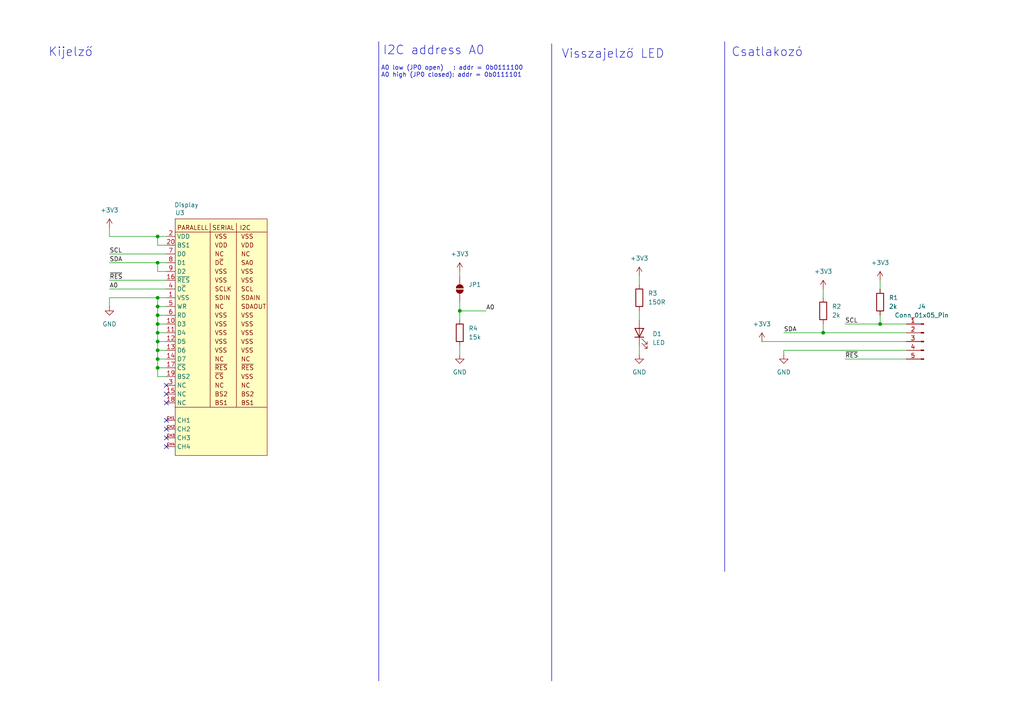
<source format=kicad_sch>
(kicad_sch (version 20250114) (generator "eeschema") (generator_version "9.0")
  (paper "A4")
  (lib_symbols
    (symbol "Connector:Conn_01x05_Pin" (pin_names (offset 1.016) (hide yes))
      (property "Reference" "J" (at 0 7.62 0))
      (property "Value" "Conn_01x05_Pin" (at 0 -7.62 0))
      (symbol "Conn_01x05_Pin_1_1"
        (rectangle (start 0.8636 5.207) (end 0 4.953) (stroke (width 0.1524)) (fill (type outline)))
        (rectangle (start 0.8636 2.667) (end 0 2.413) (stroke (width 0.1524)) (fill (type outline)))
        (rectangle (start 0.8636 0.127) (end 0 -0.127) (stroke (width 0.1524)) (fill (type outline)))
        (rectangle (start 0.8636 -2.413) (end 0 -2.667) (stroke (width 0.1524)) (fill (type outline)))
        (rectangle (start 0.8636 -4.953) (end 0 -5.207) (stroke (width 0.1524)) (fill (type outline)))
        (polyline (pts (xy 1.27 5.08) (xy 0.8636 5.08)) (stroke (width 0.1524)))
        (polyline (pts (xy 1.27 2.54) (xy 0.8636 2.54)) (stroke (width 0.1524)))
        (polyline (pts (xy 1.27 0) (xy 0.8636 0)) (stroke (width 0.1524)))
        (polyline (pts (xy 1.27 -2.54) (xy 0.8636 -2.54)) (stroke (width 0.1524)))
        (polyline (pts (xy 1.27 -5.08) (xy 0.8636 -5.08)) (stroke (width 0.1524)))
        (pin passive line (at 5.08 5.08 180) (length 3.81) (name "Pin_1") (number "1"))
        (pin passive line (at 5.08 2.54 180) (length 3.81) (name "Pin_2") (number "2"))
        (pin passive line (at 5.08 0 180) (length 3.81) (name "Pin_3") (number "3"))
        (pin passive line (at 5.08 -2.54 180) (length 3.81) (name "Pin_4") (number "4"))
        (pin passive line (at 5.08 -5.08 180) (length 3.81) (name "Pin_5") (number "5"))
      )
    )
    (symbol "Device:LED" (pin_numbers (hide yes)) (pin_names (offset 1.016) (hide yes))
      (property "Reference" "D" (at 0 2.54 0))
      (property "Value" "LED" (at 0 -2.54 0))
      (symbol "LED_0_1"
        (polyline (pts (xy -3.048 -0.762) (xy -4.572 -2.286) (xy -3.81 -2.286) (xy -4.572 -2.286) (xy -4.572 -1.524)))
        (polyline (pts (xy -1.778 -0.762) (xy -3.302 -2.286) (xy -2.54 -2.286) (xy -3.302 -2.286) (xy -3.302 -1.524)))
        (polyline (pts (xy -1.27 0) (xy 1.27 0)))
        (polyline (pts (xy -1.27 -1.27) (xy -1.27 1.27)) (stroke (width 0.254)))
        (polyline (pts (xy 1.27 -1.27) (xy 1.27 1.27) (xy -1.27 0) (xy 1.27 -1.27)) (stroke (width 0.254)))
      )
      (symbol "LED_1_1"
        (pin passive line (at -3.81 0 0) (length 2.54) (name "K") (number "1"))
        (pin passive line (at 3.81 0 180) (length 2.54) (name "A") (number "2"))
      )
    )
    (symbol "Device:R" (pin_numbers (hide yes)) (pin_names (offset 0))
      (property "Reference" "R" (at 2.032 0 90))
      (property "Value" "R" (at 0 0 90))
      (symbol "R_0_1"
        (rectangle (start -1.016 -2.54) (end 1.016 2.54) (stroke (width 0.254)))
      )
      (symbol "R_1_1"
        (pin passive line (at 0 3.81 270) (length 1.27) (name "~") (number "1"))
        (pin passive line (at 0 -3.81 90) (length 1.27) (name "~") (number "2"))
      )
    )
    (symbol "Jumper:SolderJumper_2_Open" (pin_numbers (hide yes)) (pin_names (offset 0) (hide yes)) (in_bom no)
      (property "Reference" "JP" (at 0 2.032 0))
      (property "Value" "SolderJumper_2_Open" (at 0 -2.54 0))
      (symbol "SolderJumper_2_Open_0_1"
        (polyline (pts (xy -0.254 1.016) (xy -0.254 -1.016)))
        (arc (start -0.254 -1.016) (mid -1.2656 0) (end -0.254 1.016))
        (arc (start -0.254 -1.016) (mid -1.2656 0) (end -0.254 1.016) (fill (type outline)))
        (arc (start 0.254 1.016) (mid 1.2656 0) (end 0.254 -1.016))
        (arc (start 0.254 1.016) (mid 1.2656 0) (end 0.254 -1.016) (fill (type outline)))
        (polyline (pts (xy 0.254 1.016) (xy 0.254 -1.016)))
      )
      (symbol "SolderJumper_2_Open_1_1"
        (pin passive line (at -3.81 0 0) (length 2.54) (name "A") (number "1"))
        (pin passive line (at 3.81 0 180) (length 2.54) (name "B") (number "2"))
      )
    )
    (symbol "SymbolLib:NHD-2.23-12832UCB3"
      (property "Reference" "U" (at 20.32 72.39 0))
      (property "Value" "Display" (at 22.86 69.85 0))
      (symbol "NHD-2.23-12832UCB3_0_1"
        (polyline (pts (xy 0 64.77) (xy 26.67 64.77)))
        (polyline (pts (xy 10.16 67.31) (xy 10.16 13.97)))
        (polyline (pts (xy 17.78 67.31) (xy 17.78 13.97)))
      )
      (symbol "NHD-2.23-12832UCB3_1_1"
        (rectangle (start 0 68.58) (end 26.67 0) (fill (type background)))
        (polyline (pts (xy 0 13.97) (xy 26.67 13.97)))
        (text "PARALELL" (at 5.08 66.04 0) (effects (font (size 1.27 1.27))))
        (text "VSS" (at 11.43 63.5 0) (effects (font (size 1.27 1.27)) (justify left)))
        (text "VDD" (at 11.43 60.96 0) (effects (font (size 1.27 1.27)) (justify left)))
        (text "NC" (at 11.43 58.42 0) (effects (font (size 1.27 1.27)) (justify left)))
        (text "D~{C}" (at 11.43 55.88 0) (effects (font (size 1.27 1.27)) (justify left)))
        (text "VSS" (at 11.43 53.34 0) (effects (font (size 1.27 1.27)) (justify left)))
        (text "VSS" (at 11.43 50.8 0) (effects (font (size 1.27 1.27)) (justify left)))
        (text "SCLK" (at 11.43 48.26 0) (effects (font (size 1.27 1.27)) (justify left)))
        (text "SDIN" (at 11.43 45.72 0) (effects (font (size 1.27 1.27)) (justify left)))
        (text "NC" (at 11.43 43.18 0) (effects (font (size 1.27 1.27)) (justify left)))
        (text "VSS" (at 11.43 40.64 0) (effects (font (size 1.27 1.27)) (justify left)))
        (text "VSS" (at 11.43 38.1 0) (effects (font (size 1.27 1.27)) (justify left)))
        (text "VSS" (at 11.43 35.56 0) (effects (font (size 1.27 1.27)) (justify left)))
        (text "VSS" (at 11.43 33.02 0) (effects (font (size 1.27 1.27)) (justify left)))
        (text "VSS" (at 11.43 30.48 0) (effects (font (size 1.27 1.27)) (justify left)))
        (text "NC" (at 11.43 27.94 0) (effects (font (size 1.27 1.27)) (justify left)))
        (text "~{RES}" (at 11.43 25.4 0) (effects (font (size 1.27 1.27)) (justify left)))
        (text "~{CS}" (at 11.43 22.86 0) (effects (font (size 1.27 1.27)) (justify left)))
        (text "NC" (at 11.43 20.32 0) (effects (font (size 1.27 1.27)) (justify left)))
        (text "BS2" (at 11.43 17.78 0) (effects (font (size 1.27 1.27)) (justify left)))
        (text "BS1" (at 11.43 15.24 0) (effects (font (size 1.27 1.27)) (justify left)))
        (text "SERIAL" (at 13.97 66.04 0) (effects (font (size 1.27 1.27))))
        (text "VSS" (at 19.05 63.5 0) (effects (font (size 1.27 1.27)) (justify left)))
        (text "VDD" (at 19.05 60.96 0) (effects (font (size 1.27 1.27)) (justify left)))
        (text "NC" (at 19.05 58.42 0) (effects (font (size 1.27 1.27)) (justify left)))
        (text "SA0" (at 19.05 55.88 0) (effects (font (size 1.27 1.27)) (justify left)))
        (text "VSS" (at 19.05 53.34 0) (effects (font (size 1.27 1.27)) (justify left)))
        (text "VSS" (at 19.05 50.8 0) (effects (font (size 1.27 1.27)) (justify left)))
        (text "SCL" (at 19.05 48.26 0) (effects (font (size 1.27 1.27)) (justify left)))
        (text "SDAIN" (at 19.05 45.72 0) (effects (font (size 1.27 1.27)) (justify left)))
        (text "SDAOUT" (at 19.05 43.18 0) (effects (font (size 1.27 1.27)) (justify left)))
        (text "VSS" (at 19.05 40.64 0) (effects (font (size 1.27 1.27)) (justify left)))
        (text "VSS" (at 19.05 38.1 0) (effects (font (size 1.27 1.27)) (justify left)))
        (text "VSS" (at 19.05 35.56 0) (effects (font (size 1.27 1.27)) (justify left)))
        (text "VSS" (at 19.05 33.02 0) (effects (font (size 1.27 1.27)) (justify left)))
        (text "VSS" (at 19.05 30.48 0) (effects (font (size 1.27 1.27)) (justify left)))
        (text "NC" (at 19.05 27.94 0) (effects (font (size 1.27 1.27)) (justify left)))
        (text "~{RES}" (at 19.05 25.4 0) (effects (font (size 1.27 1.27)) (justify left)))
        (text "VSS" (at 19.05 22.86 0) (effects (font (size 1.27 1.27)) (justify left)))
        (text "NC" (at 19.05 20.32 0) (effects (font (size 1.27 1.27)) (justify left)))
        (text "BS2" (at 19.05 17.78 0) (effects (font (size 1.27 1.27)) (justify left)))
        (text "BS1" (at 19.05 15.24 0) (effects (font (size 1.27 1.27)) (justify left)))
        (text "I2C" (at 20.32 66.04 0) (effects (font (size 1.27 1.27))))
        (pin passive line (at -2.54 63.5 0) (length 2.54) (name "VDD") (number "2"))
        (pin passive line (at -2.54 60.96 0) (length 2.54) (name "BS1") (number "20"))
        (pin passive line (at -2.54 58.42 0) (length 2.54) (name "D0") (number "7"))
        (pin passive line (at -2.54 55.88 0) (length 2.54) (name "D1") (number "8"))
        (pin passive line (at -2.54 53.34 0) (length 2.54) (name "D2") (number "9"))
        (pin passive line (at -2.54 50.8 0) (length 2.54) (name "~{RES}") (number "16"))
        (pin passive line (at -2.54 48.26 0) (length 2.54) (name "D~{C}") (number "4"))
        (pin passive line (at -2.54 45.72 0) (length 2.54) (name "VSS") (number "1"))
        (pin passive line (at -2.54 43.18 0) (length 2.54) (name "WR") (number "5"))
        (pin passive line (at -2.54 40.64 0) (length 2.54) (name "RD") (number "6"))
        (pin passive line (at -2.54 38.1 0) (length 2.54) (name "D3") (number "10"))
        (pin passive line (at -2.54 35.56 0) (length 2.54) (name "D4") (number "11"))
        (pin passive line (at -2.54 33.02 0) (length 2.54) (name "D5") (number "12"))
        (pin passive line (at -2.54 30.48 0) (length 2.54) (name "D6") (number "13"))
        (pin passive line (at -2.54 27.94 0) (length 2.54) (name "D7") (number "14"))
        (pin passive line (at -2.54 25.4 0) (length 2.54) (name "~{CS}") (number "17"))
        (pin passive line (at -2.54 22.86 0) (length 2.54) (name "BS2") (number "19"))
        (pin passive line (at -2.54 20.32 0) (length 2.54) (name "NC") (number "3"))
        (pin passive line (at -2.54 17.78 0) (length 2.54) (name "NC") (number "15"))
        (pin passive line (at -2.54 15.24 0) (length 2.54) (name "NC") (number "18"))
        (pin passive line (at -2.54 10.16 0) (length 2.54) (name "CH1") (number "CH1"))
        (pin passive line (at -2.54 7.62 0) (length 2.54) (name "CH2") (number "CH2"))
        (pin passive line (at -2.54 5.08 0) (length 2.54) (name "CH3") (number "CH3"))
        (pin passive line (at -2.54 2.54 0) (length 2.54) (name "CH4") (number "CH4"))
      )
    )
    (symbol "power:+3V3" (power) (pin_numbers (hide yes)) (pin_names (offset 0) (hide yes))
      (property "Value" "+3V3" (at 0 3.556 0))
      (symbol "+3V3_0_1"
        (polyline (pts (xy -0.762 1.27) (xy 0 2.54)))
        (polyline (pts (xy 0 2.54) (xy 0.762 1.27)))
        (polyline (pts (xy 0 0) (xy 0 2.54)))
      )
      (symbol "+3V3_1_1"
        (pin power_in line (at 0 0 90) (length 0) (name "~") (number "1"))
      )
    )
    (symbol "power:GND" (power) (pin_numbers (hide yes)) (pin_names (offset 0) (hide yes))
      (property "Value" "GND" (at 0 -3.81 0))
      (symbol "GND_0_1"
        (polyline (pts (xy 0 0) (xy 0 -1.27) (xy 1.27 -1.27) (xy 0 -2.54) (xy -1.27 -1.27) (xy 0 -1.27)))
      )
      (symbol "GND_1_1"
        (pin power_in line (at 0 0 270) (length 0) (name "~") (number "1"))
      )
    )
  )
  (text "Kijelző" (at 13.97 13.716 0) (effects (font (size 2.54 2.54)) (justify left top)))
  (text "A0 low (JP0 open)   : addr = 0b0111100\nA0 high (JP0 closed): addr = 0b0111101\n" (at 110.49 19.05 0) (effects (font (size 1.27 1.27)) (justify left top)))
  (text "I2C address A0" (at 110.998 13.208 0) (effects (font (size 2.54 2.54)) (justify left top)))
  (text "Visszajelző LED" (at 162.814 14.224 0) (effects (font (size 2.54 2.54)) (justify left top)))
  (text "Csatlakozó" (at 212.09 13.716 0) (effects (font (size 2.54 2.54)) (justify left top)))
  (junction (at 45.72 88.9))
  (junction (at 238.76 96.52))
  (junction (at 45.72 101.6))
  (junction (at 45.72 91.44))
  (junction (at 45.72 93.98))
  (junction (at 45.72 68.58))
  (junction (at 255.27 93.98))
  (junction (at 45.72 86.36))
  (junction (at 45.72 99.06))
  (junction (at 133.35 90.17))
  (junction (at 45.72 106.68))
  (junction (at 45.72 104.14))
  (junction (at 45.72 96.52))
  (junction (at 45.72 76.2))
  (no_connect (at 48.26 129.54))
  (no_connect (at 48.26 114.3))
  (no_connect (at 48.26 124.46))
  (no_connect (at 48.26 121.92))
  (no_connect (at 48.26 127))
  (no_connect (at 48.26 111.76))
  (no_connect (at 48.26 116.84))
  (wire (pts (xy 255.27 91.44) (xy 255.27 93.98)))
  (polyline (pts (xy 210.185 12.065) (xy 210.185 165.735)))
  (wire (pts (xy 31.75 68.58) (xy 45.72 68.58)))
  (wire (pts (xy 238.76 93.98) (xy 238.76 96.52)))
  (wire (pts (xy 255.27 81.28) (xy 255.27 83.82)))
  (wire (pts (xy 227.33 101.6) (xy 262.89 101.6)))
  (wire (pts (xy 185.42 90.17) (xy 185.42 92.71)))
  (wire (pts (xy 45.72 78.74) (xy 45.72 76.2)))
  (wire (pts (xy 45.72 96.52) (xy 48.26 96.52)))
  (wire (pts (xy 45.72 86.36) (xy 45.72 88.9)))
  (wire (pts (xy 45.72 106.68) (xy 48.26 106.68)))
  (wire (pts (xy 45.72 88.9) (xy 48.26 88.9)))
  (wire (pts (xy 45.72 99.06) (xy 45.72 101.6)))
  (wire (pts (xy 227.33 96.52) (xy 238.76 96.52)))
  (wire (pts (xy 45.72 93.98) (xy 45.72 96.52)))
  (wire (pts (xy 45.72 101.6) (xy 48.26 101.6)))
  (wire (pts (xy 45.72 109.22) (xy 48.26 109.22)))
  (wire (pts (xy 45.72 71.12) (xy 45.72 68.58)))
  (wire (pts (xy 227.33 102.87) (xy 227.33 101.6)))
  (wire (pts (xy 140.97 90.17) (xy 133.35 90.17)))
  (wire (pts (xy 45.72 104.14) (xy 45.72 106.68)))
  (wire (pts (xy 245.11 104.14) (xy 262.89 104.14)))
  (wire (pts (xy 185.42 80.01) (xy 185.42 82.55)))
  (wire (pts (xy 238.76 83.82) (xy 238.76 86.36)))
  (polyline (pts (xy 160.02 12.7) (xy 160.02 197.485)))
  (wire (pts (xy 255.27 93.98) (xy 262.89 93.98)))
  (wire (pts (xy 45.72 104.14) (xy 48.26 104.14)))
  (wire (pts (xy 45.72 88.9) (xy 45.72 91.44)))
  (polyline (pts (xy 109.855 12.065) (xy 109.855 197.485)))
  (wire (pts (xy 48.26 78.74) (xy 45.72 78.74)))
  (wire (pts (xy 31.75 68.58) (xy 31.75 66.04)))
  (wire (pts (xy 31.75 73.66) (xy 48.26 73.66)))
  (wire (pts (xy 31.75 76.2) (xy 45.72 76.2)))
  (wire (pts (xy 45.72 96.52) (xy 45.72 99.06)))
  (wire (pts (xy 45.72 91.44) (xy 45.72 93.98)))
  (wire (pts (xy 45.72 99.06) (xy 48.26 99.06)))
  (wire (pts (xy 133.35 90.17) (xy 133.35 87.63)))
  (wire (pts (xy 45.72 91.44) (xy 48.26 91.44)))
  (wire (pts (xy 220.98 99.06) (xy 262.89 99.06)))
  (wire (pts (xy 31.75 83.82) (xy 48.26 83.82)))
  (wire (pts (xy 245.11 93.98) (xy 255.27 93.98)))
  (wire (pts (xy 45.72 76.2) (xy 48.26 76.2)))
  (wire (pts (xy 31.75 81.28) (xy 48.26 81.28)))
  (wire (pts (xy 48.26 86.36) (xy 45.72 86.36)))
  (wire (pts (xy 31.75 86.36) (xy 45.72 86.36)))
  (wire (pts (xy 45.72 106.68) (xy 45.72 109.22)))
  (wire (pts (xy 45.72 93.98) (xy 48.26 93.98)))
  (wire (pts (xy 31.75 86.36) (xy 31.75 88.9)))
  (wire (pts (xy 133.35 92.71) (xy 133.35 90.17)))
  (wire (pts (xy 238.76 96.52) (xy 262.89 96.52)))
  (wire (pts (xy 133.35 78.74) (xy 133.35 80.01)))
  (wire (pts (xy 45.72 68.58) (xy 48.26 68.58)))
  (wire (pts (xy 185.42 100.33) (xy 185.42 102.87)))
  (wire (pts (xy 45.72 101.6) (xy 45.72 104.14)))
  (wire (pts (xy 133.35 100.33) (xy 133.35 102.87)))
  (wire (pts (xy 48.26 71.12) (xy 45.72 71.12)))
  (label "~{RES}" (at 31.75 81.28 0))
  (label "~{RES}" (at 245.11 104.14 0))
  (label "SDA" (at 31.75 76.2 0))
  (label "SCL" (at 31.75 73.66 0))
  (label "SCL" (at 245.11 93.98 0))
  (label "SDA" (at 227.33 96.52 0))
  (label "A0" (at 31.75 83.82 0))
  (label "A0" (at 140.97 90.17 0))
  (symbol (lib_id "power:+3V3") (at 133.35 78.74 0) (unit 1)
    (property "Reference" "#PWR04" (effects (hide yes)))
    (property "Value" "+3V3" (at 133.35 73.66 0))
    (property "Description" "Power symbol creates a global label with name \"+3V3\"" (effects (hide yes)))
  )
  (symbol (lib_id "Device:LED") (at 185.42 96.52 90) (unit 1)
    (property "Reference" "D1" (at 189.23 96.8374 90) (effects (justify right)))
    (property "Value" "LED" (at 189.23 99.3774 90) (effects (justify right)))
    (property "Footprint" "Diode_SMD:D_0603_1608Metric" (effects (hide yes)))
    (property "Description" "Light emitting diode" (effects (hide yes)))
    (property "Sim.Pins" "1=K 2=A" (effects (hide yes)))
  )
  (symbol (lib_id "power:GND") (at 185.42 102.87 0) (unit 1)
    (property "Reference" "#PWR010" (effects (hide yes)))
    (property "Value" "GND" (at 185.42 107.95 0))
    (property "Description" "Power symbol creates a global label with name \"GND\" , ground" (effects (hide yes)))
  )
  (symbol (lib_id "SymbolLib:NHD-2.23-12832UCB3") (at 50.8 132.08 0) (unit 1)
    (property "Reference" "U3" (at 50.8 61.722 0) (effects (justify left)))
    (property "Value" "Display" (at 50.546 59.436 0) (effects (justify left)))
    (property "Footprint" "ComponentLib:NHD-2.23-12832UCB3" (effects (hide yes)))
    (property "Datasheet" "https://newhavendisplay.com/content/specs/NHD-2.23-12832UCB3.pdf" (effects (hide yes)))
  )
  (symbol (lib_id "power:GND") (at 31.75 88.9 0) (unit 1)
    (property "Reference" "#PWR02" (effects (hide yes)))
    (property "Value" "GND" (at 31.75 93.98 0))
    (property "Description" "Power symbol creates a global label with name \"GND\" , ground" (effects (hide yes)))
  )
  (symbol (lib_id "power:+3V3") (at 238.76 83.82 0) (unit 1)
    (property "Reference" "#PWR06" (effects (hide yes)))
    (property "Value" "+3V3" (at 238.76 78.74 0))
    (property "Description" "Power symbol creates a global label with name \"+3V3\"" (effects (hide yes)))
  )
  (symbol (lib_id "power:GND") (at 227.33 102.87 0) (unit 1)
    (property "Reference" "#PWR08" (effects (hide yes)))
    (property "Value" "GND" (at 227.33 107.95 0))
    (property "Description" "Power symbol creates a global label with name \"GND\" , ground" (effects (hide yes)))
  )
  (symbol (lib_id "power:+3V3") (at 31.75 66.04 0) (unit 1)
    (property "Reference" "#PWR01" (effects (hide yes)))
    (property "Value" "+3V3" (at 31.75 60.96 0))
    (property "Description" "Power symbol creates a global label with name \"+3V3\"" (effects (hide yes)))
  )
  (symbol (lib_id "Device:R") (at 238.76 90.17 0) (unit 1)
    (property "Reference" "R2" (at 241.3 88.8999 0) (effects (justify left)))
    (property "Value" "2k" (at 241.3 91.4399 0) (effects (justify left)))
    (property "Footprint" "Resistor_SMD:R_0603_1608Metric" (effects (hide yes)))
    (property "Description" "Resistor" (effects (hide yes)))
  )
  (symbol (lib_id "Device:R") (at 133.35 96.52 0) (unit 1)
    (property "Reference" "R4" (at 135.89 95.2499 0) (effects (justify left)))
    (property "Value" "15k" (at 135.89 97.7899 0) (effects (justify left)))
    (property "Footprint" "Resistor_SMD:R_0603_1608Metric_Pad0.98x0.95mm_HandSolder" (effects (hide yes)))
    (property "Description" "Resistor" (effects (hide yes)))
  )
  (symbol (lib_id "Connector:Conn_01x05_Pin") (at 267.97 99.06 0) (mirror y) (unit 1)
    (property "Reference" "J4" (at 267.335 88.9 0))
    (property "Value" "Conn_01x05_Pin" (at 267.335 91.44 0))
    (property "Footprint" "Connector_JST:JST_PH_B5B-PH-K_1x05_P2.00mm_Vertical" (effects (hide yes)))
    (property "Description" "Generic connector, single row, 01x05, script generated" (effects (hide yes)))
  )
  (symbol (lib_id "power:GND") (at 133.35 102.87 0) (unit 1)
    (property "Reference" "#PWR03" (effects (hide yes)))
    (property "Value" "GND" (at 133.35 107.95 0))
    (property "Description" "Power symbol creates a global label with name \"GND\" , ground" (effects (hide yes)))
  )
  (symbol (lib_id "power:+3V3") (at 220.98 99.06 0) (unit 1)
    (property "Reference" "#PWR07" (effects (hide yes)))
    (property "Value" "+3V3" (at 220.98 93.98 0))
    (property "Description" "Power symbol creates a global label with name \"+3V3\"" (effects (hide yes)))
  )
  (symbol (lib_id "power:+3V3") (at 185.42 80.01 0) (unit 1)
    (property "Reference" "#PWR09" (effects (hide yes)))
    (property "Value" "+3V3" (at 185.42 74.93 0))
    (property "Description" "Power symbol creates a global label with name \"+3V3\"" (effects (hide yes)))
  )
  (symbol (lib_id "Jumper:SolderJumper_2_Open") (at 133.35 83.82 90) (unit 1) (in_bom no)
    (property "Reference" "JP1" (at 135.89 82.5499 90) (effects (justify right)))
    (property "Value" "SolderJumper_2_Open" (effects (hide yes)))
    (property "Footprint" "Resistor_SMD:R_0603_1608Metric_Pad0.98x0.95mm_HandSolder" (effects (hide yes)))
    (property "Description" "Solder Jumper, 2-pole, open" (effects (hide yes)))
  )
  (symbol (lib_id "Device:R") (at 185.42 86.36 0) (unit 1)
    (property "Reference" "R3" (at 187.96 85.0899 0) (effects (justify left)))
    (property "Value" "150R" (at 187.96 87.6299 0) (effects (justify left)))
    (property "Footprint" "Resistor_SMD:R_0603_1608Metric" (effects (hide yes)))
    (property "Description" "Resistor" (effects (hide yes)))
  )
  (symbol (lib_id "power:+3V3") (at 255.27 81.28 0) (unit 1)
    (property "Reference" "#PWR05" (effects (hide yes)))
    (property "Value" "+3V3" (at 255.27 76.2 0))
    (property "Description" "Power symbol creates a global label with name \"+3V3\"" (effects (hide yes)))
  )
  (symbol (lib_id "Device:R") (at 255.27 87.63 0) (unit 1)
    (property "Reference" "R1" (at 257.81 86.3599 0) (effects (justify left)))
    (property "Value" "2k" (at 257.81 88.8999 0) (effects (justify left)))
    (property "Footprint" "Resistor_SMD:R_0603_1608Metric" (effects (hide yes)))
    (property "Description" "Resistor" (effects (hide yes)))
  )
)
</source>
